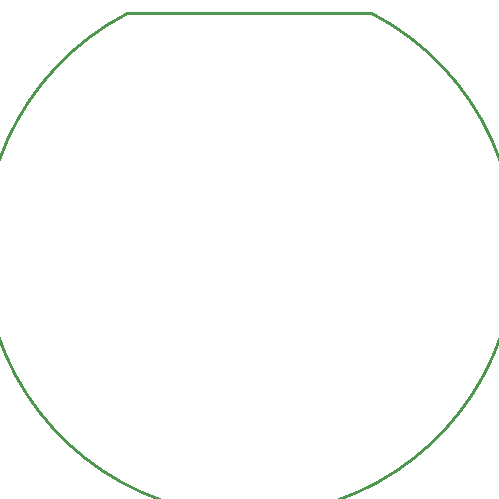
<source format=gbr>
%TF.GenerationSoftware,KiCad,Pcbnew,(6.0.4-0)*%
%TF.CreationDate,2022-12-23T16:58:16+01:00*%
%TF.ProjectId,RoundScanner,526f756e-6453-4636-916e-6e65722e6b69,2*%
%TF.SameCoordinates,Original*%
%TF.FileFunction,Profile,NP*%
%FSLAX46Y46*%
G04 Gerber Fmt 4.6, Leading zero omitted, Abs format (unit mm)*
G04 Created by KiCad (PCBNEW (6.0.4-0)) date 2022-12-23 16:58:16*
%MOMM*%
%LPD*%
G01*
G04 APERTURE LIST*
%TA.AperFunction,Profile*%
%ADD10C,0.250000*%
%TD*%
G04 APERTURE END LIST*
D10*
X78973236Y-87335000D02*
X99588764Y-87335000D01*
X78973236Y-87335000D02*
G75*
G03*
X99588764Y-87335000I10307764J-20000000D01*
G01*
M02*

</source>
